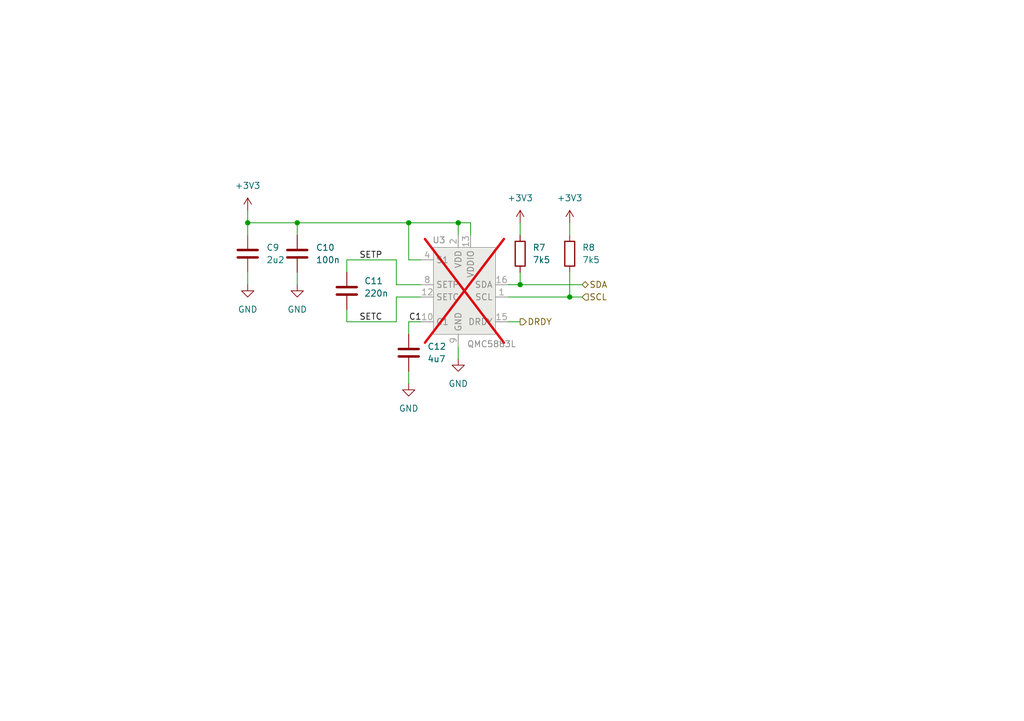
<source format=kicad_sch>
(kicad_sch (version 20250114) (generator "eeschema") (generator_version "9.0")
  (paper "A5")
  (lib_symbols
    (symbol "Device:C" (pin_numbers (hide yes)) (pin_names (offset 0.254))
      (property "Reference" "C" (at 0.635 2.54 0))
      (property "Value" "C" (at 0.635 -2.54 0))
      (symbol "C_0_1"
        (polyline (pts (xy -2.032 0.762) (xy 2.032 0.762)) (stroke (width 0.508)))
        (polyline (pts (xy -2.032 -0.762) (xy 2.032 -0.762)) (stroke (width 0.508)))
      )
      (symbol "C_1_1"
        (pin passive line (at 0 3.81 270) (length 2.794) (name "~") (number "1"))
        (pin passive line (at 0 -3.81 90) (length 2.794) (name "~") (number "2"))
      )
    )
    (symbol "Device:R" (pin_numbers (hide yes)) (pin_names (offset 0))
      (property "Reference" "R" (at 2.032 0 90))
      (property "Value" "R" (at 0 0 90))
      (symbol "R_0_1"
        (rectangle (start -1.016 -2.54) (end 1.016 2.54) (stroke (width 0.254)))
      )
      (symbol "R_1_1"
        (pin passive line (at 0 3.81 270) (length 1.27) (name "~") (number "1"))
        (pin passive line (at 0 -3.81 90) (length 1.27) (name "~") (number "2"))
      )
    )
    (symbol "Symbols:QMC5883L"
      (property "Reference" "U" (at 1.016 1.27 0))
      (property "Value" "QMC5883L" (at 13.462 1.524 0))
      (symbol "QMC5883L_1_1"
        (rectangle (start 0 0) (end 12.7 -17.78) (fill (type background)))
        (pin passive line (at -2.54 -2.54 0) (length 2.54) (name "S1") (number "4"))
        (pin passive line (at -2.54 -7.62 0) (length 2.54) (name "SETP") (number "8"))
        (pin passive line (at -2.54 -10.16 0) (length 2.54) (name "SETC") (number "12"))
        (pin passive line (at -2.54 -15.24 0) (length 2.54) (name "C1") (number "10"))
        (pin power_in line (at 5.08 2.54 270) (length 2.54) (name "VDD") (number "2"))
        (pin power_in line (at 5.08 -20.32 90) (length 2.54) (hide yes) (name "GND") (number "11"))
        (pin power_in line (at 5.08 -20.32 90) (length 2.54) (name "GND") (number "9"))
        (pin power_in line (at 7.62 2.54 270) (length 2.54) (name "VDDIO") (number "13"))
        (pin no_connect line (at 15.24 -1.27 180) (length 2.54) (hide yes) (name "NC") (number "3"))
        (pin no_connect line (at 15.24 -2.54 180) (length 2.54) (hide yes) (name "NC") (number "5"))
        (pin no_connect line (at 15.24 -3.81 180) (length 2.54) (hide yes) (name "NC") (number "6"))
        (pin no_connect line (at 15.24 -5.08 180) (length 2.54) (hide yes) (name "NC") (number "7"))
        (pin no_connect line (at 15.24 -6.35 180) (length 2.54) (hide yes) (name "NC") (number "14"))
        (pin bidirectional line (at 15.24 -7.62 180) (length 2.54) (name "SDA") (number "16"))
        (pin input line (at 15.24 -10.16 180) (length 2.54) (name "SCL") (number "1"))
        (pin output line (at 15.24 -15.24 180) (length 2.54) (name "DRDY") (number "15"))
      )
    )
    (symbol "power:+3V3" (power) (pin_numbers (hide yes)) (pin_names (offset 0) (hide yes))
      (property "Value" "+3V3" (at 0 3.556 0))
      (symbol "+3V3_0_1"
        (polyline (pts (xy -0.762 1.27) (xy 0 2.54)))
        (polyline (pts (xy 0 2.54) (xy 0.762 1.27)))
        (polyline (pts (xy 0 0) (xy 0 2.54)))
      )
      (symbol "+3V3_1_1"
        (pin power_in line (at 0 0 90) (length 0) (name "~") (number "1"))
      )
    )
    (symbol "power:GND" (power) (pin_numbers (hide yes)) (pin_names (offset 0) (hide yes))
      (property "Value" "GND" (at 0 -3.81 0))
      (symbol "GND_0_1"
        (polyline (pts (xy 0 0) (xy 0 -1.27) (xy 1.27 -1.27) (xy 0 -2.54) (xy -1.27 -1.27) (xy 0 -1.27)))
      )
      (symbol "GND_1_1"
        (pin power_in line (at 0 0 270) (length 0) (name "~") (number "1"))
      )
    )
  )
  (junction (at 83.82 45.72))
  (junction (at 93.98 45.72))
  (junction (at 116.84 60.96))
  (junction (at 60.96 45.72))
  (junction (at 50.8 45.72))
  (junction (at 106.68 58.42))
  (wire (pts (xy 50.8 45.72) (xy 60.96 45.72)))
  (wire (pts (xy 86.36 53.34) (xy 83.82 53.34)))
  (wire (pts (xy 83.82 66.04) (xy 86.36 66.04)))
  (wire (pts (xy 116.84 45.72) (xy 116.84 48.26)))
  (wire (pts (xy 81.28 60.96) (xy 81.28 66.04)))
  (wire (pts (xy 50.8 55.88) (xy 50.8 58.42)))
  (wire (pts (xy 116.84 60.96) (xy 116.84 55.88)))
  (wire (pts (xy 71.12 53.34) (xy 71.12 55.88)))
  (wire (pts (xy 104.14 60.96) (xy 116.84 60.96)))
  (wire (pts (xy 83.82 53.34) (xy 83.82 45.72)))
  (wire (pts (xy 116.84 60.96) (xy 119.38 60.96)))
  (wire (pts (xy 83.82 76.2) (xy 83.82 78.74)))
  (wire (pts (xy 50.8 45.72) (xy 50.8 48.26)))
  (wire (pts (xy 60.96 55.88) (xy 60.96 58.42)))
  (wire (pts (xy 106.68 45.72) (xy 106.68 48.26)))
  (wire (pts (xy 71.12 66.04) (xy 71.12 63.5)))
  (wire (pts (xy 60.96 45.72) (xy 60.96 48.26)))
  (wire (pts (xy 93.98 45.72) (xy 96.52 45.72)))
  (wire (pts (xy 104.14 58.42) (xy 106.68 58.42)))
  (wire (pts (xy 71.12 66.04) (xy 81.28 66.04)))
  (wire (pts (xy 81.28 58.42) (xy 81.28 53.34)))
  (wire (pts (xy 96.52 45.72) (xy 96.52 48.26)))
  (wire (pts (xy 71.12 53.34) (xy 81.28 53.34)))
  (wire (pts (xy 104.14 66.04) (xy 106.68 66.04)))
  (wire (pts (xy 50.8 43.18) (xy 50.8 45.72)))
  (wire (pts (xy 106.68 58.42) (xy 119.38 58.42)))
  (wire (pts (xy 60.96 45.72) (xy 83.82 45.72)))
  (wire (pts (xy 86.36 60.96) (xy 81.28 60.96)))
  (wire (pts (xy 86.36 58.42) (xy 81.28 58.42)))
  (wire (pts (xy 93.98 45.72) (xy 93.98 48.26)))
  (wire (pts (xy 93.98 71.12) (xy 93.98 73.66)))
  (wire (pts (xy 106.68 58.42) (xy 106.68 55.88)))
  (wire (pts (xy 83.82 68.58) (xy 83.82 66.04)))
  (wire (pts (xy 83.82 45.72) (xy 93.98 45.72)))
  (label "C1" (at 83.82 66.04 0))
  (label "SETP" (at 73.66 53.34 0))
  (label "SETC" (at 73.66 66.04 0))
  (hierarchical_label "DRDY" (shape output) (at 106.68 66.04 0))
  (hierarchical_label "SDA" (shape bidirectional) (at 119.38 58.42 0))
  (hierarchical_label "SCL" (shape input) (at 119.38 60.96 0))
  (symbol (lib_id "Symbols:QMC5883L") (at 88.9 50.8 0) (unit 1) (dnp yes)
    (property "Reference" "U3" (at 88.646 49.276 0) (effects (justify left)))
    (property "Value" "QMC5883L" (at 95.758 70.612 0) (effects (justify left)))
    (property "Footprint" "Package_LGA:LGA-16_3x3mm_P0.5mm" (effects (hide yes)))
    (property "Datasheet" "https://wmsc.lcsc.com/wmsc/upload/file/pdf/v2/lcsc/2012221837_QST-QMC5883L_C976032.pdf" (effects (hide yes)))
    (property "Description" "Three Axis Magnometer" (effects (hide yes)))
  )
  (symbol (lib_id "Device:R") (at 116.84 52.07 0) (unit 1)
    (property "Reference" "R8" (at 119.38 50.7999 0) (effects (justify left)))
    (property "Value" "7k5" (at 119.38 53.3399 0) (effects (justify left)))
    (property "Footprint" "Resistor_SMD:R_0402_1005Metric" (effects (hide yes)))
    (property "Description" "Resistor" (effects (hide yes)))
    (property "LCSC" "C25918" (effects (hide yes)))
  )
  (symbol (lib_id "power:GND") (at 93.98 73.66 0) (unit 1)
    (property "Reference" "#PWR041" (effects (hide yes)))
    (property "Value" "GND" (at 93.98 78.74 0))
    (property "Description" "Power symbol creates a global label with name \"GND\" , ground" (effects (hide yes)))
  )
  (symbol (lib_id "power:+3V3") (at 50.8 43.18 0) (unit 1)
    (property "Reference" "#PWR037" (effects (hide yes)))
    (property "Value" "+3V3" (at 50.8 38.1 0))
    (property "Description" "Power symbol creates a global label with name \"+3V3\"" (effects (hide yes)))
  )
  (symbol (lib_id "power:GND") (at 83.82 78.74 0) (unit 1)
    (property "Reference" "#PWR040" (effects (hide yes)))
    (property "Value" "GND" (at 83.82 83.82 0))
    (property "Description" "Power symbol creates a global label with name \"GND\" , ground" (effects (hide yes)))
  )
  (symbol (lib_id "power:GND") (at 60.96 58.42 0) (unit 1)
    (property "Reference" "#PWR039" (effects (hide yes)))
    (property "Value" "GND" (at 60.96 63.5 0))
    (property "Description" "Power symbol creates a global label with name \"GND\" , ground" (effects (hide yes)))
  )
  (symbol (lib_id "power:+3V3") (at 106.68 45.72 0) (unit 1)
    (property "Reference" "#PWR042" (effects (hide yes)))
    (property "Value" "+3V3" (at 106.68 40.64 0))
    (property "Description" "Power symbol creates a global label with name \"+3V3\"" (effects (hide yes)))
  )
  (symbol (lib_id "Device:C") (at 50.8 52.07 0) (unit 1)
    (property "Reference" "C9" (at 54.61 50.7999 0) (effects (justify left)))
    (property "Value" "2u2" (at 54.61 53.3399 0) (effects (justify left)))
    (property "Footprint" "Capacitor_SMD:C_0402_1005Metric" (effects (hide yes)))
    (property "Description" "Unpolarized capacitor" (effects (hide yes)))
    (property "LCSC" "C12530" (effects (hide yes)))
  )
  (symbol (lib_id "Device:C") (at 83.82 72.39 0) (unit 1)
    (property "Reference" "C12" (at 87.63 71.1199 0) (effects (justify left)))
    (property "Value" "4u7" (at 87.63 73.6599 0) (effects (justify left)))
    (property "Footprint" "Capacitor_SMD:C_0603_1608Metric" (effects (hide yes)))
    (property "Description" "Unpolarized capacitor" (effects (hide yes)))
    (property "LCSC" "C19666" (effects (hide yes)))
  )
  (symbol (lib_id "power:+3V3") (at 116.84 45.72 0) (unit 1)
    (property "Reference" "#PWR043" (effects (hide yes)))
    (property "Value" "+3V3" (at 116.84 40.64 0))
    (property "Description" "Power symbol creates a global label with name \"+3V3\"" (effects (hide yes)))
  )
  (symbol (lib_id "Device:R") (at 106.68 52.07 0) (unit 1)
    (property "Reference" "R7" (at 109.22 50.7999 0) (effects (justify left)))
    (property "Value" "7k5" (at 109.22 53.3399 0) (effects (justify left)))
    (property "Footprint" "Resistor_SMD:R_0402_1005Metric" (effects (hide yes)))
    (property "Description" "Resistor" (effects (hide yes)))
    (property "LCSC" "C25918" (effects (hide yes)))
  )
  (symbol (lib_id "Device:C") (at 71.12 59.69 0) (unit 1)
    (property "Reference" "C11" (at 74.676 57.658 0) (effects (justify left)))
    (property "Value" "220n" (at 74.676 60.198 0) (effects (justify left)))
    (property "Footprint" "Capacitor_SMD:C_0402_1005Metric" (effects (hide yes)))
    (property "Description" "Unpolarized capacitor" (effects (hide yes)))
    (property "LCSC" "C16772" (effects (hide yes)))
  )
  (symbol (lib_id "Device:C") (at 60.96 52.07 0) (unit 1)
    (property "Reference" "C10" (at 64.77 50.7999 0) (effects (justify left)))
    (property "Value" "100n" (at 64.77 53.3399 0) (effects (justify left)))
    (property "Footprint" "Capacitor_SMD:C_0402_1005Metric" (effects (hide yes)))
    (property "Description" "Unpolarized capacitor" (effects (hide yes)))
    (property "LCSC" "C1525" (effects (hide yes)))
  )
  (symbol (lib_id "power:GND") (at 50.8 58.42 0) (unit 1)
    (property "Reference" "#PWR038" (effects (hide yes)))
    (property "Value" "GND" (at 50.8 63.5 0))
    (property "Description" "Power symbol creates a global label with name \"GND\" , ground" (effects (hide yes)))
  )
)
</source>
